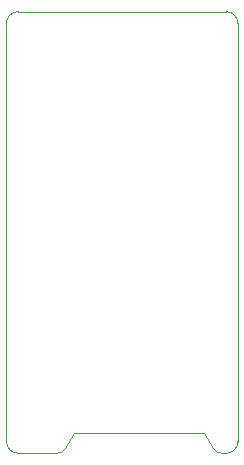
<source format=gbr>
%TF.GenerationSoftware,KiCad,Pcbnew,(6.0.6)*%
%TF.CreationDate,2022-07-16T21:02:27+02:00*%
%TF.ProjectId,epd,6570642e-6b69-4636-9164-5f7063625858,rev?*%
%TF.SameCoordinates,Original*%
%TF.FileFunction,Profile,NP*%
%FSLAX46Y46*%
G04 Gerber Fmt 4.6, Leading zero omitted, Abs format (unit mm)*
G04 Created by KiCad (PCBNEW (6.0.6)) date 2022-07-16 21:02:27*
%MOMM*%
%LPD*%
G01*
G04 APERTURE LIST*
%TA.AperFunction,Profile*%
%ADD10C,0.100000*%
%TD*%
G04 APERTURE END LIST*
D10*
X165449985Y-106075009D02*
G75*
G03*
X166200000Y-106500000I750015J449309D01*
G01*
X153700000Y-104800000D02*
X152950000Y-106075000D01*
X167550000Y-70100000D02*
G75*
G03*
X166550000Y-69100000I-1000000J0D01*
G01*
X147950000Y-105500000D02*
G75*
G03*
X148950000Y-106500000I1000000J0D01*
G01*
X167550000Y-70100000D02*
X167550000Y-105500000D01*
X166550000Y-106500000D02*
X166200000Y-106500000D01*
X148950000Y-106500000D02*
X152200000Y-106500000D01*
X152200000Y-106499983D02*
G75*
G03*
X152950000Y-106075000I0J874283D01*
G01*
X153700000Y-104800000D02*
X164700000Y-104800000D01*
X166550000Y-106500000D02*
G75*
G03*
X167550000Y-105500000I0J1000000D01*
G01*
X148950000Y-69100000D02*
X166550000Y-69100000D01*
X148950000Y-69100000D02*
G75*
G03*
X147950000Y-70100000I0J-1000000D01*
G01*
X164700000Y-104800000D02*
X165450000Y-106075000D01*
X147950000Y-105500000D02*
X147950000Y-70100000D01*
M02*

</source>
